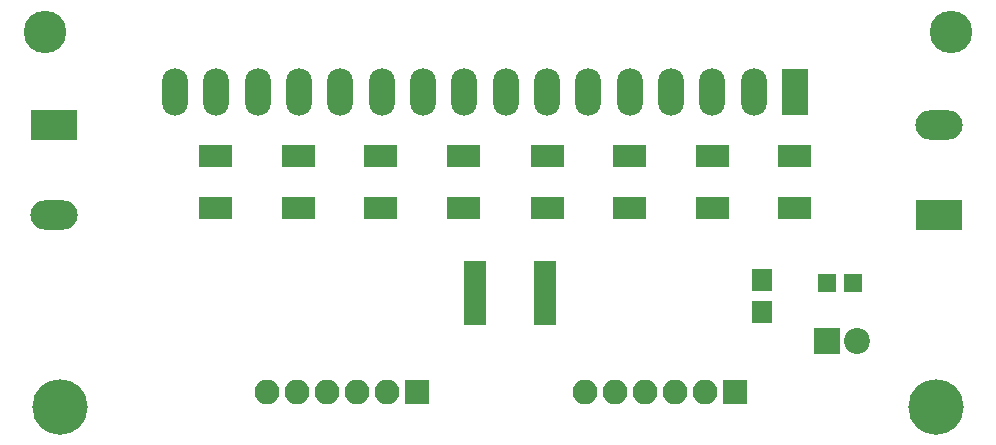
<source format=gbr>
G04 #@! TF.FileFunction,Soldermask,Top*
%FSLAX46Y46*%
G04 Gerber Fmt 4.6, Leading zero omitted, Abs format (unit mm)*
G04 Created by KiCad (PCBNEW 4.0.5+dfsg1-4) date Fri May  5 03:22:00 2017*
%MOMM*%
%LPD*%
G01*
G04 APERTURE LIST*
%ADD10C,0.100000*%
%ADD11R,2.200000X4.000000*%
%ADD12O,2.200000X4.000000*%
%ADD13C,3.600000*%
%ADD14C,4.700000*%
%ADD15R,1.900000X0.850000*%
%ADD16R,0.850000X1.850000*%
%ADD17R,2.100000X2.100000*%
%ADD18O,2.100000X2.100000*%
%ADD19R,4.000000X2.500000*%
%ADD20O,4.000000X2.500000*%
%ADD21R,1.600000X1.600000*%
%ADD22R,2.200000X2.200000*%
%ADD23C,2.200000*%
%ADD24R,1.700000X1.900000*%
G04 APERTURE END LIST*
D10*
D11*
X83058000Y-23368000D03*
D12*
X79558000Y-23368000D03*
X76058000Y-23368000D03*
X72558000Y-23368000D03*
X69058000Y-23368000D03*
X65558000Y-23368000D03*
X62058000Y-23368000D03*
X58558000Y-23368000D03*
X55058000Y-23368000D03*
X51558000Y-23368000D03*
X48058000Y-23368000D03*
X44558000Y-23368000D03*
X41058000Y-23368000D03*
X37558000Y-23368000D03*
X34058000Y-23368000D03*
X30558000Y-23368000D03*
D13*
X19558000Y-18288000D03*
D14*
X94996000Y-50038000D03*
D15*
X61878000Y-42661000D03*
X61878000Y-42011000D03*
X61878000Y-41361000D03*
X61878000Y-40711000D03*
X61878000Y-40061000D03*
X61878000Y-39411000D03*
X61878000Y-38761000D03*
X61878000Y-38111000D03*
X55978000Y-38111000D03*
X55978000Y-38761000D03*
X55978000Y-39411000D03*
X55978000Y-40061000D03*
X55978000Y-40711000D03*
X55978000Y-41361000D03*
X55978000Y-42011000D03*
X55978000Y-42661000D03*
D16*
X68113000Y-33188000D03*
X68763000Y-33188000D03*
X69413000Y-33188000D03*
X70063000Y-33188000D03*
X70063000Y-28788000D03*
X69413000Y-28788000D03*
X68763000Y-28788000D03*
X68113000Y-28788000D03*
X61128000Y-33188000D03*
X61778000Y-33188000D03*
X62428000Y-33188000D03*
X63078000Y-33188000D03*
X63078000Y-28788000D03*
X62428000Y-28788000D03*
X61778000Y-28788000D03*
X61128000Y-28788000D03*
X54016000Y-33188000D03*
X54666000Y-33188000D03*
X55316000Y-33188000D03*
X55966000Y-33188000D03*
X55966000Y-28788000D03*
X55316000Y-28788000D03*
X54666000Y-28788000D03*
X54016000Y-28788000D03*
X47031000Y-33188000D03*
X47681000Y-33188000D03*
X48331000Y-33188000D03*
X48981000Y-33188000D03*
X48981000Y-28788000D03*
X48331000Y-28788000D03*
X47681000Y-28788000D03*
X47031000Y-28788000D03*
X40046000Y-33188000D03*
X40696000Y-33188000D03*
X41346000Y-33188000D03*
X41996000Y-33188000D03*
X41996000Y-28788000D03*
X41346000Y-28788000D03*
X40696000Y-28788000D03*
X40046000Y-28788000D03*
X33061000Y-33188000D03*
X33711000Y-33188000D03*
X34361000Y-33188000D03*
X35011000Y-33188000D03*
X35011000Y-28788000D03*
X34361000Y-28788000D03*
X33711000Y-28788000D03*
X33061000Y-28788000D03*
X82083000Y-33188000D03*
X82733000Y-33188000D03*
X83383000Y-33188000D03*
X84033000Y-33188000D03*
X84033000Y-28788000D03*
X83383000Y-28788000D03*
X82733000Y-28788000D03*
X82083000Y-28788000D03*
X75098000Y-33188000D03*
X75748000Y-33188000D03*
X76398000Y-33188000D03*
X77048000Y-33188000D03*
X77048000Y-28788000D03*
X76398000Y-28788000D03*
X75748000Y-28788000D03*
X75098000Y-28788000D03*
D17*
X51054000Y-48768000D03*
D18*
X48514000Y-48768000D03*
X45974000Y-48768000D03*
X43434000Y-48768000D03*
X40894000Y-48768000D03*
X38354000Y-48768000D03*
D17*
X77978000Y-48768000D03*
D18*
X75438000Y-48768000D03*
X72898000Y-48768000D03*
X70358000Y-48768000D03*
X67818000Y-48768000D03*
X65278000Y-48768000D03*
D19*
X20320000Y-26162000D03*
D20*
X20320000Y-33782000D03*
D19*
X95250000Y-33782000D03*
D20*
X95250000Y-26162000D03*
D14*
X20828000Y-50038000D03*
D13*
X96266000Y-18288000D03*
D21*
X87968000Y-39560500D03*
X85768000Y-39560500D03*
D22*
X85788500Y-44513500D03*
D23*
X88328500Y-44513500D03*
D24*
X80264000Y-41990000D03*
X80264000Y-39290000D03*
M02*

</source>
